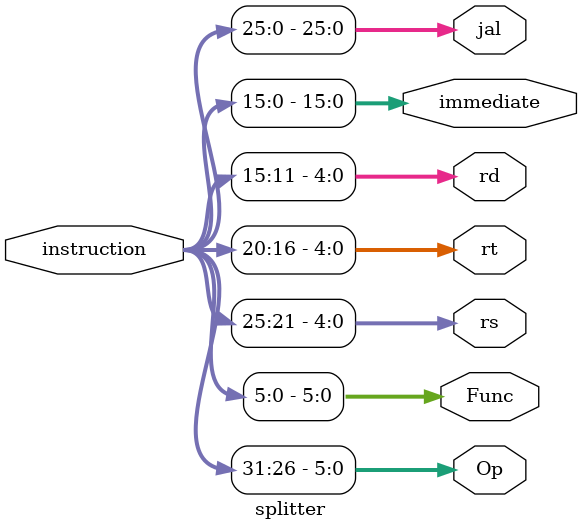
<source format=v>
`timescale 1ns / 1ps

`include "constants.v"

module splitter(
	input [31:0] instruction,
	output [5:0] Op,
	output [5:0] Func,
	output [4:0] rs,
	output [4:0] rt,
	output [4:0] rd,
	output [15:0] immediate,
	output [25:0] jal
    );
	
	assign Op = instruction[31:26];
	assign Func = instruction[5:0];
	assign rs = instruction[25:21];
	assign rt = instruction[20:16];
	assign rd = instruction[15:11];
	assign immediate = instruction[15:0];
	assign jal = instruction[25:0];
	
endmodule

</source>
